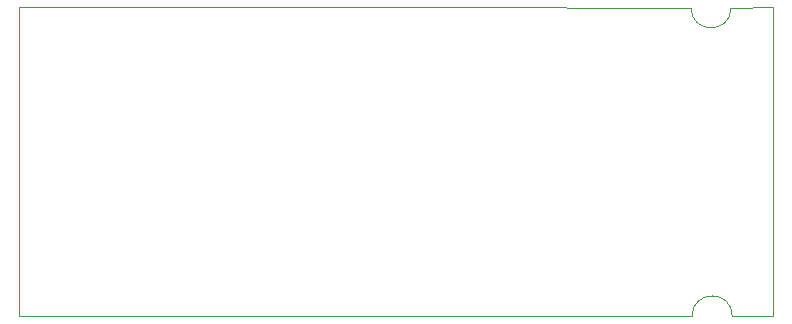
<source format=gbr>
%TF.GenerationSoftware,KiCad,Pcbnew,(6.0.1)*%
%TF.CreationDate,2022-03-02T01:05:40-06:00*%
%TF.ProjectId,m2-USBC-Adapter-Rev2,6d322d55-5342-4432-9d41-646170746572,rev?*%
%TF.SameCoordinates,Original*%
%TF.FileFunction,Profile,NP*%
%FSLAX46Y46*%
G04 Gerber Fmt 4.6, Leading zero omitted, Abs format (unit mm)*
G04 Created by KiCad (PCBNEW (6.0.1)) date 2022-03-02 01:05:40*
%MOMM*%
%LPD*%
G01*
G04 APERTURE LIST*
%TA.AperFunction,Profile*%
%ADD10C,0.050000*%
%TD*%
G04 APERTURE END LIST*
D10*
X247750000Y-42300000D02*
X251272155Y-42277844D01*
X247850000Y-68400000D02*
G75*
G03*
X244450000Y-68400000I-1700000J0D01*
G01*
X244350000Y-42300000D02*
G75*
G03*
X247750000Y-42300000I1700000J0D01*
G01*
X251272155Y-68377844D02*
X247850000Y-68400000D01*
X244350000Y-42300000D02*
X223372155Y-42277844D01*
X251272155Y-48277844D02*
X251272155Y-42277844D01*
X187472155Y-42277844D02*
X223372155Y-42277844D01*
X187572155Y-68377844D02*
X187472155Y-68377844D01*
X187572155Y-68377844D02*
X244450000Y-68400000D01*
X251272155Y-48277844D02*
X251272155Y-68377844D01*
X187472155Y-68377844D02*
X187472155Y-42277844D01*
M02*

</source>
